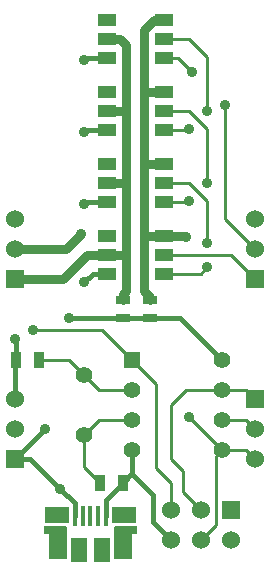
<source format=gtl>
G04 (created by PCBNEW (2013-07-07 BZR 4022)-stable) date 8/18/2013 11:16:40 PM*
%MOIN*%
G04 Gerber Fmt 3.4, Leading zero omitted, Abs format*
%FSLAX34Y34*%
G01*
G70*
G90*
G04 APERTURE LIST*
%ADD10C,0.00590551*%
%ADD11R,0.0157X0.0689*%
%ADD12R,0.0561X0.0814*%
%ADD13R,0.0843X0.0571*%
%ADD14R,0.0719X0.025*%
%ADD15R,0.063X0.1116*%
%ADD16C,0.063*%
%ADD17C,0.0571*%
%ADD18R,0.06X0.06*%
%ADD19C,0.06*%
%ADD20C,0.056*%
%ADD21R,0.0590551X0.0393701*%
%ADD22R,0.055X0.055*%
%ADD23C,0.055*%
%ADD24R,0.045X0.025*%
%ADD25R,0.035X0.055*%
%ADD26C,0.035*%
%ADD27C,0.015*%
%ADD28C,0.01*%
%ADD29C,0.03*%
G04 APERTURE END LIST*
G54D10*
G54D11*
X87488Y-64419D03*
X87744Y-64419D03*
X88000Y-64419D03*
X88256Y-64419D03*
X88512Y-64419D03*
G54D12*
X87621Y-65544D03*
X88379Y-65544D03*
G54D13*
X86886Y-64360D03*
X89114Y-64360D03*
G54D14*
X86824Y-64873D03*
X89176Y-64873D03*
G54D15*
X86917Y-65306D03*
X89083Y-65306D03*
G54D16*
X86917Y-65531D03*
X89083Y-65531D03*
G54D17*
X87021Y-64361D03*
X88979Y-64361D03*
G54D18*
X92700Y-64200D03*
G54D19*
X92700Y-65200D03*
X91700Y-64200D03*
X91700Y-65200D03*
X90700Y-64200D03*
X90700Y-65200D03*
G54D20*
X87800Y-61700D03*
X87800Y-59700D03*
G54D21*
X90464Y-53300D03*
X90464Y-53929D03*
X90464Y-52670D03*
X88535Y-52670D03*
X88535Y-53300D03*
X88535Y-53929D03*
X90464Y-50900D03*
X90464Y-51529D03*
X90464Y-50270D03*
X88535Y-50270D03*
X88535Y-50900D03*
X88535Y-51529D03*
X90464Y-48500D03*
X90464Y-49129D03*
X90464Y-47870D03*
X88535Y-47870D03*
X88535Y-48500D03*
X88535Y-49129D03*
G54D18*
X85500Y-56500D03*
G54D19*
X85500Y-55500D03*
X85500Y-54500D03*
G54D18*
X93500Y-60500D03*
G54D19*
X93500Y-61500D03*
X93500Y-62500D03*
G54D18*
X85500Y-62500D03*
G54D19*
X85500Y-61500D03*
X85500Y-60500D03*
G54D18*
X93500Y-56500D03*
G54D19*
X93500Y-55500D03*
X93500Y-54500D03*
G54D21*
X90464Y-55700D03*
X90464Y-56329D03*
X90464Y-55070D03*
X88535Y-55070D03*
X88535Y-55700D03*
X88535Y-56329D03*
G54D22*
X89400Y-59200D03*
G54D23*
X89400Y-60200D03*
X89400Y-61200D03*
X89400Y-62200D03*
X92400Y-62200D03*
X92400Y-61200D03*
X92400Y-60200D03*
X92400Y-59200D03*
G54D24*
X90000Y-57800D03*
X90000Y-57200D03*
X89100Y-57800D03*
X89100Y-57200D03*
G54D25*
X86275Y-59200D03*
X85525Y-59200D03*
X88325Y-63300D03*
X89075Y-63300D03*
G54D26*
X86500Y-61500D03*
X87300Y-57800D03*
X87000Y-63500D03*
X92500Y-50700D03*
X91400Y-49600D03*
X91300Y-61100D03*
X86100Y-58200D03*
X85500Y-58500D03*
X87800Y-49200D03*
X87800Y-51600D03*
X87800Y-54000D03*
X87800Y-56600D03*
X91300Y-53900D03*
X91900Y-53300D03*
X91300Y-51500D03*
X91900Y-50900D03*
X91900Y-56100D03*
X91900Y-55300D03*
X87700Y-55000D03*
X91200Y-55100D03*
G54D27*
X90400Y-57800D02*
X91000Y-57800D01*
X90000Y-57800D02*
X90400Y-57800D01*
X91000Y-57800D02*
X92400Y-59200D01*
X85500Y-62500D02*
X86500Y-61500D01*
X87300Y-57800D02*
X89100Y-57800D01*
X89100Y-57800D02*
X90000Y-57800D01*
X87488Y-64419D02*
X87488Y-63988D01*
X86000Y-62500D02*
X85500Y-62500D01*
X87488Y-63988D02*
X87000Y-63500D01*
X87000Y-63500D02*
X86000Y-62500D01*
G54D28*
X90464Y-49129D02*
X90929Y-49129D01*
X92500Y-54500D02*
X93500Y-55500D01*
X92500Y-51800D02*
X92500Y-54500D01*
X92500Y-50700D02*
X92500Y-51800D01*
X90929Y-49129D02*
X91400Y-49600D01*
X92400Y-61200D02*
X93200Y-61200D01*
X93200Y-61200D02*
X93500Y-61500D01*
X91600Y-61400D02*
X91300Y-61100D01*
X92400Y-62200D02*
X91600Y-61400D01*
X92200Y-62600D02*
X92200Y-62400D01*
X92200Y-62400D02*
X92400Y-62200D01*
X91700Y-65200D02*
X92200Y-64700D01*
X92200Y-62600D02*
X92200Y-64700D01*
X92400Y-62200D02*
X92400Y-62400D01*
X92400Y-62200D02*
X93200Y-62200D01*
X93200Y-62200D02*
X93500Y-62500D01*
X90464Y-55700D02*
X92700Y-55700D01*
X92700Y-55700D02*
X93500Y-56500D01*
X90200Y-60600D02*
X90200Y-60000D01*
X90700Y-63300D02*
X90200Y-62800D01*
X90200Y-62800D02*
X90200Y-60600D01*
X90700Y-64200D02*
X90700Y-63300D01*
X90200Y-60000D02*
X89400Y-59200D01*
X88400Y-58200D02*
X89400Y-59200D01*
X87700Y-58200D02*
X88400Y-58200D01*
X86100Y-58200D02*
X87700Y-58200D01*
X91100Y-63600D02*
X91100Y-62900D01*
X92400Y-60200D02*
X91700Y-60200D01*
X91400Y-63900D02*
X91700Y-64200D01*
X91400Y-63900D02*
X91100Y-63600D01*
X91700Y-60200D02*
X91300Y-60200D01*
X91200Y-60200D02*
X91300Y-60200D01*
X90700Y-60700D02*
X91200Y-60200D01*
X90700Y-62500D02*
X90700Y-60700D01*
X91100Y-62900D02*
X90700Y-62500D01*
X92400Y-60200D02*
X93200Y-60200D01*
X93200Y-60200D02*
X93500Y-60500D01*
G54D27*
X85525Y-59200D02*
X85525Y-58525D01*
X85525Y-58525D02*
X85500Y-58500D01*
X85500Y-60500D02*
X85500Y-59225D01*
X85500Y-59225D02*
X85525Y-59200D01*
X89400Y-62975D02*
X89400Y-63000D01*
X90100Y-64600D02*
X90700Y-65200D01*
X90100Y-63700D02*
X90100Y-64600D01*
X89400Y-63000D02*
X90100Y-63700D01*
X89400Y-62200D02*
X89400Y-62975D01*
X89400Y-62975D02*
X89075Y-63300D01*
X88512Y-64419D02*
X88512Y-63863D01*
X88512Y-63863D02*
X89075Y-63300D01*
X89400Y-62200D02*
X89400Y-62600D01*
X89400Y-62200D02*
X89400Y-62624D01*
X88535Y-49129D02*
X87870Y-49129D01*
X87870Y-49129D02*
X87800Y-49200D01*
X88535Y-51529D02*
X87870Y-51529D01*
X87870Y-51529D02*
X87800Y-51600D01*
X88535Y-53929D02*
X87870Y-53929D01*
X87870Y-53929D02*
X87800Y-54000D01*
X88535Y-56329D02*
X88070Y-56329D01*
X88070Y-56329D02*
X87800Y-56600D01*
G54D28*
X91900Y-53300D02*
X91900Y-51500D01*
X91270Y-53929D02*
X91300Y-53900D01*
X90464Y-50900D02*
X91300Y-50900D01*
X91270Y-53929D02*
X90464Y-53929D01*
X91900Y-51500D02*
X91300Y-50900D01*
X91900Y-50900D02*
X91900Y-49100D01*
X91270Y-51529D02*
X91300Y-51500D01*
X90464Y-48500D02*
X91300Y-48500D01*
X91270Y-51529D02*
X90464Y-51529D01*
X91900Y-49100D02*
X91300Y-48500D01*
X86275Y-59200D02*
X87300Y-59200D01*
X87300Y-59200D02*
X87800Y-59700D01*
X89400Y-60200D02*
X88300Y-60200D01*
X88300Y-60200D02*
X87800Y-59700D01*
X87800Y-61700D02*
X87800Y-62775D01*
X87800Y-62775D02*
X88325Y-63300D01*
X89400Y-61200D02*
X88300Y-61200D01*
X88300Y-61200D02*
X87800Y-61700D01*
X91300Y-53300D02*
X91900Y-53900D01*
X90464Y-53300D02*
X91300Y-53300D01*
X91670Y-56329D02*
X90464Y-56329D01*
X91900Y-56100D02*
X91670Y-56329D01*
X91900Y-53900D02*
X91900Y-55300D01*
G54D29*
X90464Y-55070D02*
X91170Y-55070D01*
X87200Y-55500D02*
X85500Y-55500D01*
X87700Y-55000D02*
X87200Y-55500D01*
X91170Y-55070D02*
X91200Y-55100D01*
X90464Y-50270D02*
X89800Y-50270D01*
X89800Y-50270D02*
X89800Y-50300D01*
X90464Y-52670D02*
X89800Y-52670D01*
X89800Y-52670D02*
X89800Y-52700D01*
X90464Y-55070D02*
X89800Y-55070D01*
X89800Y-55070D02*
X89800Y-55000D01*
X90000Y-57200D02*
X90000Y-57100D01*
X90129Y-47870D02*
X90464Y-47870D01*
X89800Y-48200D02*
X90129Y-47870D01*
X89800Y-56900D02*
X89800Y-55000D01*
X89800Y-55000D02*
X89800Y-52700D01*
X89800Y-52700D02*
X89800Y-50300D01*
X89800Y-50300D02*
X89800Y-48200D01*
X90000Y-57100D02*
X89800Y-56900D01*
X88535Y-55700D02*
X87900Y-55700D01*
X87100Y-56500D02*
X85500Y-56500D01*
X87900Y-55700D02*
X87100Y-56500D01*
X88535Y-55700D02*
X89200Y-55700D01*
X88535Y-53300D02*
X89200Y-53300D01*
X89200Y-53300D02*
X89200Y-53200D01*
X88535Y-50900D02*
X89200Y-50900D01*
X89100Y-57200D02*
X89100Y-57000D01*
X89000Y-48500D02*
X88535Y-48500D01*
X89200Y-48700D02*
X89000Y-48500D01*
X89200Y-56900D02*
X89200Y-55700D01*
X89200Y-55700D02*
X89200Y-53200D01*
X89200Y-53200D02*
X89200Y-50900D01*
X89200Y-50900D02*
X89200Y-48700D01*
X89100Y-57000D02*
X89200Y-56900D01*
M02*

</source>
